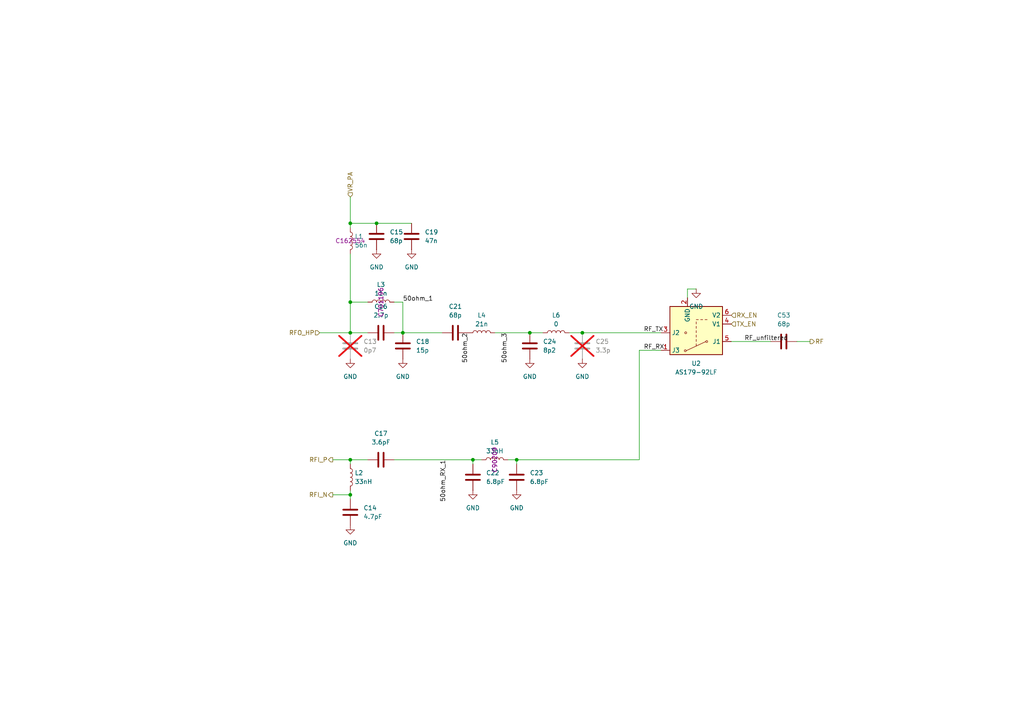
<source format=kicad_sch>
(kicad_sch (version 20250114) (generator "eeschema") (generator_version "9.0")
  (paper "A4")
  (lib_symbols
    (symbol "Device:C" (pin_numbers (hide yes)) (pin_names (offset 0.254))
      (property "Reference" "C" (at 0.635 2.54 0))
      (property "Value" "C" (at 0.635 -2.54 0))
      (symbol "C_0_1"
        (polyline (pts (xy -2.032 0.762) (xy 2.032 0.762)) (stroke (width 0.508)))
        (polyline (pts (xy -2.032 -0.762) (xy 2.032 -0.762)) (stroke (width 0.508)))
      )
      (symbol "C_1_1"
        (pin passive line (at 0 3.81 270) (length 2.794) (name "~") (number "1"))
        (pin passive line (at 0 -3.81 90) (length 2.794) (name "~") (number "2"))
      )
    )
    (symbol "Device:L" (pin_numbers (hide yes)) (pin_names (offset 1.016) (hide yes))
      (property "Reference" "L" (at -1.27 0 90))
      (property "Value" "L" (at 1.905 0 90))
      (symbol "L_0_1"
        (arc (start 0 2.54) (mid 0.6323 1.905) (end 0 1.27))
        (arc (start 0 1.27) (mid 0.6323 0.635) (end 0 0))
        (arc (start 0 0) (mid 0.6323 -0.635) (end 0 -1.27))
        (arc (start 0 -1.27) (mid 0.6323 -1.905) (end 0 -2.54))
      )
      (symbol "L_1_1"
        (pin passive line (at 0 3.81 270) (length 1.27) (name "1") (number "1"))
        (pin passive line (at 0 -3.81 90) (length 1.27) (name "2") (number "2"))
      )
    )
    (symbol "RF_Switch:AS179-92LF"
      (property "Reference" "U" (at -7.62 7.62 0))
      (property "Value" "AS179-92LF" (at 2.54 7.62 0))
      (symbol "AS179-92LF_1_1"
        (polyline (pts (xy -3.175 -3.81) (xy -2.54 -3.81)))
        (circle (center -3.048 2.54) (radius 0.2794))
        (polyline (pts (xy -2.794 2.54) (xy 2.921 5.207)))
        (polyline (pts (xy -1.905 -3.81) (xy -1.27 -3.81)))
        (polyline (pts (xy -0.635 -3.81) (xy 0 -3.81)))
        (polyline (pts (xy 0 3.175) (xy 0 3.81)))
        (polyline (pts (xy 0 1.905) (xy 0 2.54)))
        (polyline (pts (xy 0 0.635) (xy 0 1.27)))
        (polyline (pts (xy 0 -0.635) (xy 0 0)))
        (polyline (pts (xy 0 -1.905) (xy 0 -1.27)))
        (polyline (pts (xy 0 -3.175) (xy 0 -2.54)))
        (circle (center 3.048 0) (radius 0.2794))
        (circle (center 3.175 5.207) (radius 0.2794))
        (rectangle (start 7.62 -7.62) (end -7.62 6.35) (stroke (width 0.254)) (fill (type background)))
        (pin passive line (at -10.16 2.54 0) (length 2.54) (name "J1") (number "5"))
        (pin input line (at -10.16 -2.54 0) (length 2.54) (name "V1") (number "4"))
        (pin input line (at -10.16 -5.08 0) (length 2.54) (name "V2") (number "6"))
        (pin power_in line (at 2.54 -10.16 90) (length 2.54) (name "GND") (number "2"))
        (pin passive line (at 10.16 5.08 180) (length 2.54) (name "J3") (number "1"))
        (pin passive line (at 10.16 0 180) (length 2.54) (name "J2") (number "3"))
      )
    )
    (symbol "power:GND" (power) (pin_numbers (hide yes)) (pin_names (offset 0) (hide yes))
      (property "Value" "GND" (at 0 -3.81 0))
      (symbol "GND_0_1"
        (polyline (pts (xy 0 0) (xy 0 -1.27) (xy 1.27 -1.27) (xy 0 -2.54) (xy -1.27 -1.27) (xy 0 -1.27)))
      )
      (symbol "GND_1_1"
        (pin power_in line (at 0 0 270) (length 0) (name "~") (number "1"))
      )
    )
  )
  (junction (at 101.6 87.63))
  (junction (at 137.16 133.35))
  (junction (at 116.84 96.52))
  (junction (at 101.6 143.51))
  (junction (at 149.86 133.35))
  (junction (at 168.91 96.52))
  (junction (at 101.6 64.77))
  (junction (at 101.6 133.35))
  (junction (at 153.67 96.52))
  (junction (at 109.22 64.77))
  (junction (at 101.6 96.52))
  (wire (pts (xy 114.3 133.35) (xy 137.16 133.35)))
  (wire (pts (xy 147.32 133.35) (xy 149.86 133.35)))
  (wire (pts (xy 101.6 142.24) (xy 101.6 143.51)))
  (wire (pts (xy 101.6 73.66) (xy 101.6 87.63)))
  (wire (pts (xy 168.91 96.52) (xy 191.77 96.52)))
  (wire (pts (xy 96.52 133.35) (xy 101.6 133.35)))
  (wire (pts (xy 92.71 96.52) (xy 101.6 96.52)))
  (wire (pts (xy 137.16 133.35) (xy 137.16 134.62)))
  (wire (pts (xy 116.84 96.52) (xy 128.27 96.52)))
  (wire (pts (xy 101.6 133.35) (xy 106.68 133.35)))
  (wire (pts (xy 101.6 133.35) (xy 101.6 134.62)))
  (wire (pts (xy 212.09 99.06) (xy 223.52 99.06)))
  (wire (pts (xy 101.6 87.63) (xy 106.68 87.63)))
  (wire (pts (xy 149.86 133.35) (xy 149.86 134.62)))
  (wire (pts (xy 199.39 83.82) (xy 199.39 86.36)))
  (wire (pts (xy 137.16 133.35) (xy 139.7 133.35)))
  (wire (pts (xy 101.6 64.77) (xy 109.22 64.77)))
  (wire (pts (xy 106.68 96.52) (xy 101.6 96.52)))
  (wire (pts (xy 96.52 143.51) (xy 101.6 143.51)))
  (wire (pts (xy 116.84 87.63) (xy 116.84 96.52)))
  (wire (pts (xy 109.22 64.77) (xy 119.38 64.77)))
  (wire (pts (xy 101.6 143.51) (xy 101.6 144.78)))
  (wire (pts (xy 149.86 133.35) (xy 185.42 133.35)))
  (wire (pts (xy 165.1 96.52) (xy 168.91 96.52)))
  (wire (pts (xy 116.84 96.52) (xy 114.3 96.52)))
  (wire (pts (xy 101.6 96.52) (xy 101.6 87.63)))
  (wire (pts (xy 143.51 96.52) (xy 153.67 96.52)))
  (wire (pts (xy 201.93 83.82) (xy 199.39 83.82)))
  (wire (pts (xy 101.6 57.15) (xy 101.6 64.77)))
  (wire (pts (xy 101.6 64.77) (xy 101.6 66.04)))
  (wire (pts (xy 185.42 101.6) (xy 191.77 101.6)))
  (wire (pts (xy 114.3 87.63) (xy 116.84 87.63)))
  (wire (pts (xy 231.14 99.06) (xy 234.95 99.06)))
  (wire (pts (xy 153.67 96.52) (xy 157.48 96.52)))
  (wire (pts (xy 185.42 133.35) (xy 185.42 101.6)))
  (label "50ohm_1" (at 116.84 87.63 0))
  (label "50ohm_2" (at 135.89 96.52 270))
  (label "RF_RX" (at 186.69 101.6 0))
  (label "RF_TX" (at 186.69 96.52 0))
  (label "50ohm_RX_1" (at 129.54 133.35 270))
  (label "50ohm_3" (at 147.32 96.52 270))
  (label "RF_unfiltered" (at 215.9 99.06 0))
  (hierarchical_label "RF" (shape output) (at 234.95 99.06 0))
  (hierarchical_label "RFI_P" (shape output) (at 96.52 133.35 180))
  (hierarchical_label "RFO_HP" (shape input) (at 92.71 96.52 180))
  (hierarchical_label "TX_EN" (shape input) (at 212.09 93.98 0))
  (hierarchical_label "RX_EN" (shape input) (at 212.09 91.44 0))
  (hierarchical_label "VR_PA" (shape input) (at 101.6 57.15 90))
  (hierarchical_label "RFI_N" (shape output) (at 96.52 143.51 180))
  (symbol (lib_id "power:GND") (at 116.84 104.14 0) (unit 1)
    (property "Reference" "#PWR065" (effects (hide yes)))
    (property "Value" "GND" (at 116.84 109.22 0))
    (property "Description" "Power symbol creates a global label with name \"GND\" , ground" (effects (hide yes)))
  )
  (symbol (lib_id "Device:L") (at 101.6 69.85 0) (unit 1)
    (property "Reference" "L1" (at 102.87 68.5799 0) (effects (justify left)))
    (property "Value" "56n" (at 102.87 71.1199 0) (effects (justify left)))
    (property "Footprint" "Inductor_SMD:L_0603_1608Metric" (effects (hide yes)))
    (property "Description" "Inductor" (effects (hide yes)))
    (property "LCSC" "C162554" (at 101.6 69.85 0))
  )
  (symbol (lib_id "power:GND") (at 153.67 104.14 0) (unit 1)
    (property "Reference" "#PWR067" (effects (hide yes)))
    (property "Value" "GND" (at 153.67 109.22 0))
    (property "Description" "Power symbol creates a global label with name \"GND\" , ground" (effects (hide yes)))
  )
  (symbol (lib_id "Device:C") (at 137.16 138.43 0) (unit 1)
    (property "Reference" "C22" (at 140.97 137.1599 0) (effects (justify left)))
    (property "Value" "6.8pF" (at 140.97 139.6999 0) (effects (justify left)))
    (property "Footprint" "Capacitor_SMD:C_0805_2012Metric" (effects (hide yes)))
    (property "Description" "Unpolarized capacitor" (effects (hide yes)))
    (property "LCSC" "C1832" (effects (hide yes)))
  )
  (symbol (lib_id "power:GND") (at 168.91 104.14 0) (unit 1)
    (property "Reference" "#PWR069" (effects (hide yes)))
    (property "Value" "GND" (at 168.91 109.22 0))
    (property "Description" "Power symbol creates a global label with name \"GND\" , ground" (effects (hide yes)))
  )
  (symbol (lib_id "Device:L") (at 101.6 138.43 0) (unit 1)
    (property "Reference" "L2" (at 102.87 137.1599 0) (effects (justify left)))
    (property "Value" "33nH" (at 102.87 139.6999 0) (effects (justify left)))
    (property "Footprint" "Inductor_SMD:L_0603_1608Metric" (effects (hide yes)))
    (property "Description" "Inductor" (effects (hide yes)))
    (property "LCSC" "C90209" (effects (hide yes)))
  )
  (symbol (lib_id "power:GND") (at 201.93 83.82 0) (unit 1)
    (property "Reference" "#PWR057" (effects (hide yes)))
    (property "Value" "GND" (at 201.93 88.9 0))
    (property "Description" "Power symbol creates a global label with name \"GND\" , ground" (effects (hide yes)))
  )
  (symbol (lib_id "Device:C") (at 168.91 100.33 0) (unit 1) (dnp yes)
    (property "Reference" "C25" (at 172.72 99.0599 0) (effects (justify left)))
    (property "Value" "3.3p" (at 172.72 101.5999 0) (effects (justify left)))
    (property "Footprint" "Capacitor_SMD:C_0805_2012Metric" (effects (hide yes)))
    (property "Description" "Unpolarized capacitor" (effects (hide yes)))
    (property "LCSC" "C1811" (effects (hide yes)))
  )
  (symbol (lib_id "Device:C") (at 149.86 138.43 0) (unit 1)
    (property "Reference" "C23" (at 153.67 137.1599 0) (effects (justify left)))
    (property "Value" "6.8pF" (at 153.67 139.6999 0) (effects (justify left)))
    (property "Footprint" "Capacitor_SMD:C_0805_2012Metric" (effects (hide yes)))
    (property "Description" "Unpolarized capacitor" (effects (hide yes)))
    (property "LCSC" "C1832" (effects (hide yes)))
  )
  (symbol (lib_id "power:GND") (at 149.86 142.24 0) (unit 1)
    (property "Reference" "#PWR025" (effects (hide yes)))
    (property "Value" "GND" (at 149.86 147.32 0))
    (property "Description" "Power symbol creates a global label with name \"GND\" , ground" (effects (hide yes)))
  )
  (symbol (lib_id "power:GND") (at 137.16 142.24 0) (unit 1)
    (property "Reference" "#PWR024" (effects (hide yes)))
    (property "Value" "GND" (at 137.16 147.32 0))
    (property "Description" "Power symbol creates a global label with name \"GND\" , ground" (effects (hide yes)))
  )
  (symbol (lib_id "Device:C") (at 153.67 100.33 0) (unit 1)
    (property "Reference" "C24" (at 157.48 99.0599 0) (effects (justify left)))
    (property "Value" "8p2" (at 157.48 101.5999 0) (effects (justify left)))
    (property "Footprint" "Capacitor_SMD:C_0805_2012Metric" (effects (hide yes)))
    (property "Description" "Unpolarized capacitor" (effects (hide yes)))
    (property "LCSC" "C1840" (effects (hide yes)))
  )
  (symbol (lib_id "Device:C") (at 227.33 99.06 90) (unit 1)
    (property "Reference" "C53" (at 227.33 91.44 90))
    (property "Value" "68p" (at 227.33 93.98 90))
    (property "Footprint" "Capacitor_SMD:C_0805_2012Metric" (effects (hide yes)))
    (property "Description" "Unpolarized capacitor" (effects (hide yes)))
    (property "LCSC" "C1834" (effects (hide yes)))
  )
  (symbol (lib_id "Device:C") (at 110.49 133.35 270) (unit 1)
    (property "Reference" "C17" (at 110.49 125.73 90))
    (property "Value" "3.6pF" (at 110.49 128.27 90))
    (property "Footprint" "Capacitor_SMD:C_0805_2012Metric" (effects (hide yes)))
    (property "Description" "Unpolarized capacitor" (effects (hide yes)))
    (property "LCSC" "C1812" (effects (hide yes)))
  )
  (symbol (lib_id "Device:C") (at 116.84 100.33 0) (unit 1)
    (property "Reference" "C18" (at 120.65 99.0599 0) (effects (justify left)))
    (property "Value" "15p" (at 120.65 101.5999 0) (effects (justify left)))
    (property "Footprint" "Capacitor_SMD:C_0805_2012Metric" (effects (hide yes)))
    (property "Description" "Unpolarized capacitor" (effects (hide yes)))
    (property "LCSC" "C63339" (effects (hide yes)))
  )
  (symbol (lib_id "Device:L") (at 110.49 87.63 90) (unit 1)
    (property "Reference" "L3" (at 110.49 82.55 90))
    (property "Value" "11n" (at 110.49 85.09 90))
    (property "Footprint" "Inductor_SMD:L_0603_1608Metric" (effects (hide yes)))
    (property "Description" "Inductor" (effects (hide yes)))
    (property "LCSC" "C701196" (at 110.49 87.63 0))
  )
  (symbol (lib_id "power:GND") (at 101.6 104.14 0) (unit 1)
    (property "Reference" "#PWR063" (effects (hide yes)))
    (property "Value" "GND" (at 101.6 109.22 0))
    (property "Description" "Power symbol creates a global label with name \"GND\" , ground" (effects (hide yes)))
  )
  (symbol (lib_id "power:GND") (at 101.6 152.4 0) (unit 1)
    (property "Reference" "#PWR023" (effects (hide yes)))
    (property "Value" "GND" (at 101.6 157.48 0))
    (property "Description" "Power symbol creates a global label with name \"GND\" , ground" (effects (hide yes)))
  )
  (symbol (lib_id "Device:L") (at 143.51 133.35 90) (unit 1)
    (property "Reference" "L5" (at 143.51 128.27 90))
    (property "Value" "33nH" (at 143.51 130.81 90))
    (property "Footprint" "Inductor_SMD:L_0603_1608Metric" (effects (hide yes)))
    (property "Description" "Inductor" (effects (hide yes)))
    (property "LCSC" "C90209" (at 143.51 133.35 0))
  )
  (symbol (lib_id "Device:C") (at 101.6 148.59 0) (unit 1)
    (property "Reference" "C14" (at 105.41 147.3199 0) (effects (justify left)))
    (property "Value" "4.7pF" (at 105.41 149.8599 0) (effects (justify left)))
    (property "Footprint" "Capacitor_SMD:C_0805_2012Metric" (effects (hide yes)))
    (property "Description" "Unpolarized capacitor" (effects (hide yes)))
    (property "LCSC" "C1820" (effects (hide yes)))
  )
  (symbol (lib_id "Device:C") (at 119.38 68.58 0) (unit 1)
    (property "Reference" "C19" (at 123.19 67.3099 0) (effects (justify left)))
    (property "Value" "47n" (at 123.19 69.8499 0) (effects (justify left)))
    (property "Footprint" "Capacitor_SMD:C_0805_2012Metric" (effects (hide yes)))
    (property "Description" "Unpolarized capacitor" (effects (hide yes)))
    (property "LCSC" "C1745" (effects (hide yes)))
  )
  (symbol (lib_id "power:GND") (at 119.38 72.39 0) (unit 1)
    (property "Reference" "#PWR061" (effects (hide yes)))
    (property "Value" "GND" (at 119.38 77.47 0))
    (property "Description" "Power symbol creates a global label with name \"GND\" , ground" (effects (hide yes)))
  )
  (symbol (lib_id "Device:C") (at 110.49 96.52 90) (unit 1)
    (property "Reference" "C16" (at 110.49 88.9 90))
    (property "Value" "2.7p" (at 110.49 91.44 90))
    (property "Footprint" "Capacitor_SMD:C_0805_2012Metric" (effects (hide yes)))
    (property "Description" "Unpolarized capacitor" (effects (hide yes)))
    (property "LCSC" "C1803" (effects (hide yes)))
  )
  (symbol (lib_id "Device:L") (at 139.7 96.52 90) (unit 1)
    (property "Reference" "L4" (at 139.7 91.44 90))
    (property "Value" "21n" (at 139.7 93.98 90))
    (property "Footprint" "Inductor_SMD:L_0402_1005Metric" (effects (hide yes)))
    (property "Description" "Inductor" (effects (hide yes)))
  )
  (symbol (lib_id "Device:L") (at 161.29 96.52 90) (unit 1)
    (property "Reference" "L6" (at 161.29 91.44 90))
    (property "Value" "0" (at 161.29 93.98 90))
    (property "Footprint" "Inductor_SMD:L_0402_1005Metric" (effects (hide yes)))
    (property "Description" "Inductor" (effects (hide yes)))
  )
  (symbol (lib_id "Device:C") (at 101.6 100.33 0) (unit 1) (dnp yes)
    (property "Reference" "C13" (at 105.41 99.0599 0) (effects (justify left)))
    (property "Value" "0p7" (at 105.41 101.5999 0) (effects (justify left)))
    (property "Footprint" "Capacitor_SMD:C_0805_2012Metric" (effects (hide yes)))
    (property "Description" "Unpolarized capacitor" (effects (hide yes)))
  )
  (symbol (lib_id "Device:C") (at 109.22 68.58 0) (unit 1)
    (property "Reference" "C15" (at 113.03 67.3099 0) (effects (justify left)))
    (property "Value" "68p" (at 113.03 69.8499 0) (effects (justify left)))
    (property "Footprint" "Capacitor_SMD:C_0805_2012Metric" (effects (hide yes)))
    (property "Description" "Unpolarized capacitor" (effects (hide yes)))
    (property "LCSC" "C1834" (effects (hide yes)))
  )
  (symbol (lib_id "RF_Switch:AS179-92LF") (at 201.93 96.52 180) (unit 1)
    (property "Reference" "U2" (at 201.93 105.41 0))
    (property "Value" "AS179-92LF" (at 201.93 107.95 0))
    (property "Footprint" "Package_TO_SOT_SMD:SOT-363_SC-70-6" (effects (hide yes)))
    (property "Datasheet" "http://www.skyworksinc.com/uploads/documents/AS179_92LF_200176H.pdf" (effects (hide yes)))
    (property "Description" "20 MHz to 4.0 GHz GaAs SPDT Switch, SC-70" (effects (hide yes)))
    (property "LCSC" "C513494" (effects (hide yes)))
  )
  (symbol (lib_id "Device:C") (at 132.08 96.52 90) (unit 1)
    (property "Reference" "C21" (at 132.08 88.9 90))
    (property "Value" "68p" (at 132.08 91.44 90))
    (property "Footprint" "Capacitor_SMD:C_0805_2012Metric" (effects (hide yes)))
    (property "Description" "Unpolarized capacitor" (effects (hide yes)))
    (property "LCSC" "C1834" (effects (hide yes)))
  )
  (symbol (lib_id "power:GND") (at 109.22 72.39 0) (unit 1)
    (property "Reference" "#PWR059" (effects (hide yes)))
    (property "Value" "GND" (at 109.22 77.47 0))
    (property "Description" "Power symbol creates a global label with name \"GND\" , ground" (effects (hide yes)))
  )
)
</source>
